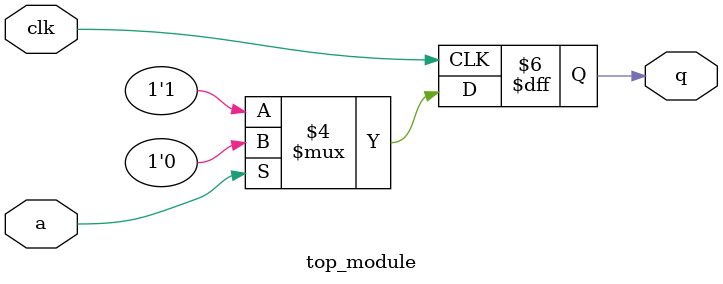
<source format=sv>
module top_module (
	input clk,
	input a, 
	output reg q
);

always @(posedge clk) begin
    if (a == 1) begin
        q <= 0;
    end else begin
        q <= 1;
    end
end

endmodule

</source>
